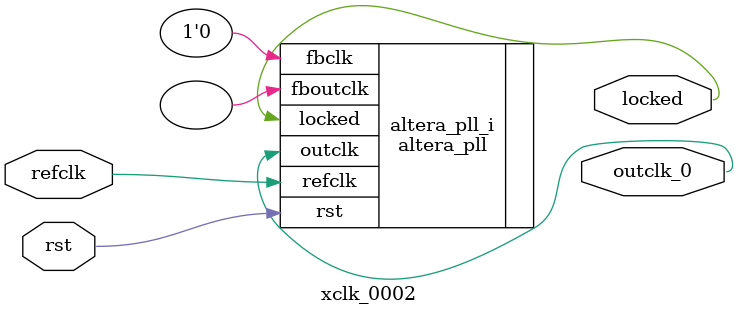
<source format=v>
`timescale 1ns/10ps
module  xclk_0002(

	// interface 'refclk'
	input wire refclk,

	// interface 'reset'
	input wire rst,

	// interface 'outclk0'
	output wire outclk_0,

	// interface 'locked'
	output wire locked
);

	altera_pll #(
		.fractional_vco_multiplier("true"),
		.reference_clock_frequency("50.0 MHz"),
		.operation_mode("direct"),
		.number_of_clocks(1),
		.output_clock_frequency0("18.432000 MHz"),
		.phase_shift0("0 ps"),
		.duty_cycle0(50),
		.output_clock_frequency1("0 MHz"),
		.phase_shift1("0 ps"),
		.duty_cycle1(50),
		.output_clock_frequency2("0 MHz"),
		.phase_shift2("0 ps"),
		.duty_cycle2(50),
		.output_clock_frequency3("0 MHz"),
		.phase_shift3("0 ps"),
		.duty_cycle3(50),
		.output_clock_frequency4("0 MHz"),
		.phase_shift4("0 ps"),
		.duty_cycle4(50),
		.output_clock_frequency5("0 MHz"),
		.phase_shift5("0 ps"),
		.duty_cycle5(50),
		.output_clock_frequency6("0 MHz"),
		.phase_shift6("0 ps"),
		.duty_cycle6(50),
		.output_clock_frequency7("0 MHz"),
		.phase_shift7("0 ps"),
		.duty_cycle7(50),
		.output_clock_frequency8("0 MHz"),
		.phase_shift8("0 ps"),
		.duty_cycle8(50),
		.output_clock_frequency9("0 MHz"),
		.phase_shift9("0 ps"),
		.duty_cycle9(50),
		.output_clock_frequency10("0 MHz"),
		.phase_shift10("0 ps"),
		.duty_cycle10(50),
		.output_clock_frequency11("0 MHz"),
		.phase_shift11("0 ps"),
		.duty_cycle11(50),
		.output_clock_frequency12("0 MHz"),
		.phase_shift12("0 ps"),
		.duty_cycle12(50),
		.output_clock_frequency13("0 MHz"),
		.phase_shift13("0 ps"),
		.duty_cycle13(50),
		.output_clock_frequency14("0 MHz"),
		.phase_shift14("0 ps"),
		.duty_cycle14(50),
		.output_clock_frequency15("0 MHz"),
		.phase_shift15("0 ps"),
		.duty_cycle15(50),
		.output_clock_frequency16("0 MHz"),
		.phase_shift16("0 ps"),
		.duty_cycle16(50),
		.output_clock_frequency17("0 MHz"),
		.phase_shift17("0 ps"),
		.duty_cycle17(50),
		.pll_type("General"),
		.pll_subtype("General")
	) altera_pll_i (
		.rst	(rst),
		.outclk	({outclk_0}),
		.locked	(locked),
		.fboutclk	( ),
		.fbclk	(1'b0),
		.refclk	(refclk)
	);
endmodule


</source>
